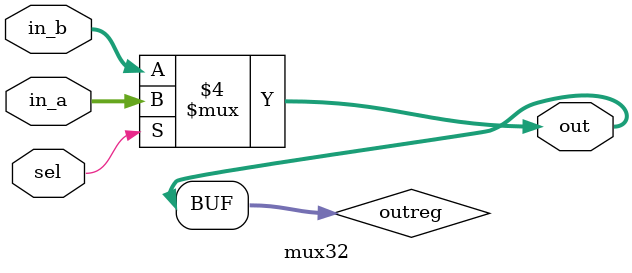
<source format=v>

`timescale 1ns/100ps

module mux32 (in_a, in_b, sel, out);

  /*
   *  32-BIT MULTIPLEXER - mux32.v
   *
   *  Inputs:
   *   - in_a (32 bits): First input to multiplexer. Selected when sel = 1.
   *   - in_b (32 bits): Second input. Selected when sel = 0.
   *   - sel: Selects which input propagates to output.
   *
   *  Outputs:
   *   - out (32 bits): Multiplexer output.
   *
   */

  input  [31:0] in_a;
  input  [31:0] in_b;
  input         sel;
  output [31:0] out;

  reg   [31:0] outreg;
   
  always @ (in_a, in_b, sel)
  begin
    if (sel == 1'b1)
      outreg = in_a;
    else
      outreg = in_b;
  end

  assign out = outreg;

endmodule

</source>
